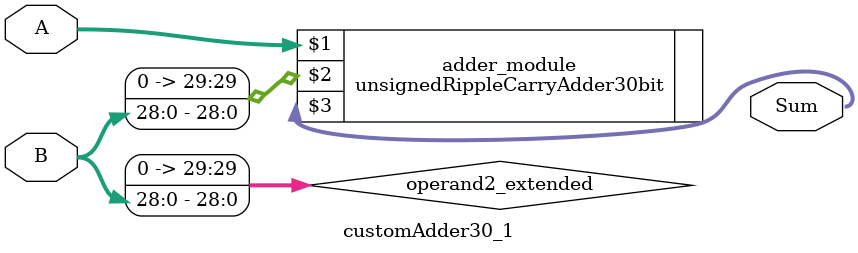
<source format=v>

module customAdder30_1(
                    input [29 : 0] A,
                    input [28 : 0] B,
                    
                    output [30 : 0] Sum
            );

    wire [29 : 0] operand2_extended;
    
    assign operand2_extended =  {1'b0, B};
    
    unsignedRippleCarryAdder30bit adder_module(
        A,
        operand2_extended,
        Sum
    );
    
endmodule
        
</source>
